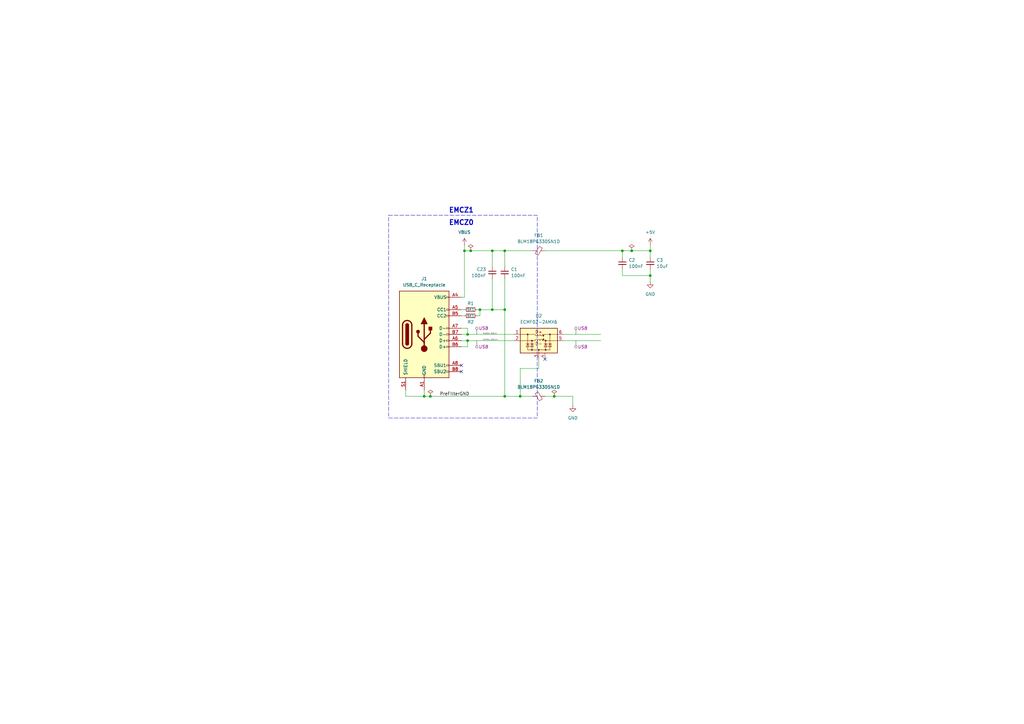
<source format=kicad_sch>
(kicad_sch (version 20250114) (generator "eeschema") (generator_version "9.0")
  (paper "A3")
  (title_block (title "${TITLE}") (date "2025-09-02") (rev "${REVISION}") (company "${COMPANY}") (comment 1 "${COMMENT1}"))
  (lib_symbols
    (symbol "Connector:USB_C_Receptacle_USB2.0_16P" (pin_names (offset 1.016))
      (property "Reference" "J" (at 0 22.225 0))
      (property "Value" "USB_C_Receptacle_USB2.0_16P" (at 0 19.685 0))
      (symbol "USB_C_Receptacle_USB2.0_16P_0_0"
        (rectangle (start -0.254 -17.78) (end 0.254 -16.764))
        (rectangle (start 10.16 15.494) (end 9.144 14.986))
        (rectangle (start 10.16 10.414) (end 9.144 9.906))
        (rectangle (start 10.16 7.874) (end 9.144 7.366))
        (rectangle (start 10.16 2.794) (end 9.144 2.286))
        (rectangle (start 10.16 0.254) (end 9.144 -0.254))
        (rectangle (start 10.16 -2.286) (end 9.144 -2.794))
        (rectangle (start 10.16 -4.826) (end 9.144 -5.334))
        (rectangle (start 10.16 -12.446) (end 9.144 -12.954))
        (rectangle (start 10.16 -14.986) (end 9.144 -15.494))
      )
      (symbol "USB_C_Receptacle_USB2.0_16P_0_1"
        (rectangle (start -10.16 17.78) (end 10.16 -17.78) (stroke (width 0.254)) (fill (type background)))
        (polyline (pts (xy -8.89 -3.81) (xy -8.89 3.81)) (stroke (width 0.508)))
        (rectangle (start -7.62 -3.81) (end -6.35 3.81) (stroke (width 0.254)) (fill (type outline)))
        (arc (start -7.62 3.81) (mid -6.985 4.4423) (end -6.35 3.81) (stroke (width 0.254)))
        (arc (start -7.62 3.81) (mid -6.985 4.4423) (end -6.35 3.81) (stroke (width 0.254)) (fill (type outline)))
        (arc (start -8.89 3.81) (mid -6.985 5.7067) (end -5.08 3.81) (stroke (width 0.508)))
        (arc (start -5.08 -3.81) (mid -6.985 -5.7067) (end -8.89 -3.81) (stroke (width 0.508)))
        (arc (start -6.35 -3.81) (mid -6.985 -4.4423) (end -7.62 -3.81) (stroke (width 0.254)))
        (arc (start -6.35 -3.81) (mid -6.985 -4.4423) (end -7.62 -3.81) (stroke (width 0.254)) (fill (type outline)))
        (polyline (pts (xy -5.08 3.81) (xy -5.08 -3.81)) (stroke (width 0.508)))
        (circle (center -2.54 1.143) (radius 0.635) (stroke (width 0.254)) (fill (type outline)))
        (polyline (pts (xy -1.27 4.318) (xy 0 6.858) (xy 1.27 4.318) (xy -1.27 4.318)) (stroke (width 0.254)) (fill (type outline)))
        (polyline (pts (xy 0 -2.032) (xy 2.54 0.508) (xy 2.54 1.778)) (stroke (width 0.508)))
        (polyline (pts (xy 0 -3.302) (xy -2.54 -0.762) (xy -2.54 0.508)) (stroke (width 0.508)))
        (polyline (pts (xy 0 -5.842) (xy 0 4.318)) (stroke (width 0.508)))
        (circle (center 0 -5.842) (radius 1.27) (fill (type outline)))
        (rectangle (start 1.905 1.778) (end 3.175 3.048) (stroke (width 0.254)) (fill (type outline)))
      )
      (symbol "USB_C_Receptacle_USB2.0_16P_1_1"
        (pin passive line (at -7.62 -22.86 90) (length 5.08) (name "SHIELD") (number "S1"))
        (pin passive line (at 0 -22.86 90) (length 5.08) (name "GND") (number "A1"))
        (pin passive line (at 0 -22.86 90) (length 5.08) (hide yes) (name "GND") (number "A12"))
        (pin passive line (at 0 -22.86 90) (length 5.08) (hide yes) (name "GND") (number "B1"))
        (pin passive line (at 0 -22.86 90) (length 5.08) (hide yes) (name "GND") (number "B12"))
        (pin passive line (at 15.24 15.24 180) (length 5.08) (name "VBUS") (number "A4"))
        (pin passive line (at 15.24 15.24 180) (length 5.08) (hide yes) (name "VBUS") (number "A9"))
        (pin passive line (at 15.24 15.24 180) (length 5.08) (hide yes) (name "VBUS") (number "B4"))
        (pin passive line (at 15.24 15.24 180) (length 5.08) (hide yes) (name "VBUS") (number "B9"))
        (pin bidirectional line (at 15.24 10.16 180) (length 5.08) (name "CC1") (number "A5"))
        (pin bidirectional line (at 15.24 7.62 180) (length 5.08) (name "CC2") (number "B5"))
        (pin bidirectional line (at 15.24 2.54 180) (length 5.08) (name "D-") (number "A7"))
        (pin bidirectional line (at 15.24 0 180) (length 5.08) (name "D-") (number "B7"))
        (pin bidirectional line (at 15.24 -2.54 180) (length 5.08) (name "D+") (number "A6"))
        (pin bidirectional line (at 15.24 -5.08 180) (length 5.08) (name "D+") (number "B6"))
        (pin bidirectional line (at 15.24 -12.7 180) (length 5.08) (name "SBU1") (number "A8"))
        (pin bidirectional line (at 15.24 -15.24 180) (length 5.08) (name "SBU2") (number "B8"))
      )
    )
    (symbol "Device:C_Small" (pin_numbers (hide yes)) (pin_names (offset 0.254) (hide yes))
      (property "Reference" "C" (at 0.254 1.778 0))
      (property "Value" "C_Small" (at 0.254 -2.032 0))
      (symbol "C_Small_0_1"
        (polyline (pts (xy -1.524 0.508) (xy 1.524 0.508)) (stroke (width 0.3048)))
        (polyline (pts (xy -1.524 -0.508) (xy 1.524 -0.508)) (stroke (width 0.3302)))
      )
      (symbol "C_Small_1_1"
        (pin passive line (at 0 2.54 270) (length 2.032) (name "~") (number "1"))
        (pin passive line (at 0 -2.54 90) (length 2.032) (name "~") (number "2"))
      )
    )
    (symbol "Device:FerriteBead_Small" (pin_numbers (hide yes)) (pin_names (offset 0))
      (property "Reference" "FB" (at 1.905 1.27 0))
      (property "Value" "FerriteBead_Small" (at 1.905 -1.27 0))
      (symbol "FerriteBead_Small_0_1"
        (polyline (pts (xy -1.8288 0.2794) (xy -1.1176 1.4986) (xy 1.8288 -0.2032) (xy 1.1176 -1.4224) (xy -1.8288 0.2794)))
        (polyline (pts (xy 0 0.889) (xy 0 1.2954)))
        (polyline (pts (xy 0 -1.27) (xy 0 -0.7874)))
      )
      (symbol "FerriteBead_Small_1_1"
        (pin passive line (at 0 2.54 270) (length 1.27) (name "~") (number "1"))
        (pin passive line (at 0 -2.54 90) (length 1.27) (name "~") (number "2"))
      )
    )
    (symbol "Device:R_Small" (pin_numbers (hide yes)) (pin_names (offset 0.254) (hide yes))
      (property "Reference" "R" (at 0 0 90))
      (property "Value" "R_Small" (at 1.778 0 90))
      (symbol "R_Small_0_1"
        (rectangle (start -0.762 1.778) (end 0.762 -1.778) (stroke (width 0.2032)))
      )
      (symbol "R_Small_1_1"
        (pin passive line (at 0 2.54 270) (length 0.762) (name "~") (number "1"))
        (pin passive line (at 0 -2.54 90) (length 0.762) (name "~") (number "2"))
      )
    )
    (symbol "Power_Protection:ECMF02-2AMX6" (pin_names (offset 0.0254) (hide yes))
      (property "Reference" "U" (at 0 10.16 0))
      (property "Value" "ECMF02-2AMX6" (at 0 7.62 0))
      (symbol "ECMF02-2AMX6_0_1"
        (rectangle (start -7.62 5.08) (end 7.62 -5.08) (stroke (width 0.254)) (fill (type background)))
        (polyline (pts (xy -7.62 2.54) (xy -1.524 2.54)))
        (polyline (pts (xy -7.62 0) (xy -1.524 0)))
        (polyline (pts (xy -4.572 2.54) (xy -4.572 -3.81)))
        (polyline (pts (xy -4.572 -3.81) (xy 4.572 -3.81)))
        (polyline (pts (xy -2.794 0) (xy -2.794 -3.81)))
        (arc (start -0.508 2.5023) (mid -1.016 2.0306) (end -1.524 2.5023))
        (arc (start -1.524 0.0377) (mid -1.016 0.5094) (end -0.508 0.0377))
        (arc (start 0.508 2.5023) (mid 0 2.0306) (end -0.508 2.5023))
        (arc (start -0.508 0.0377) (mid 0 0.5094) (end 0.508 0.0377))
        (polyline (pts (xy 0 -5.08) (xy 0 -3.81)))
        (arc (start 1.524 2.5023) (mid 1.016 2.0306) (end 0.508 2.5023))
        (arc (start 0.508 0.0377) (mid 1.016 0.5094) (end 1.524 0.0377))
        (polyline (pts (xy 2.54 2.54) (xy 1.524 2.54)))
        (polyline (pts (xy 2.54 2.54) (xy 7.62 2.54)))
        (polyline (pts (xy 2.54 0) (xy 1.524 0)))
        (polyline (pts (xy 2.54 0) (xy 7.62 0)))
        (polyline (pts (xy 2.794 0) (xy 2.794 -3.81)))
        (polyline (pts (xy 4.572 2.54) (xy 4.572 -3.81)))
        (text "D+" (at 0 3.556 0) (effects (font (size 1.27 1.27))))
        (text "D-" (at 0 -1.27 0) (effects (font (size 1.27 1.27))))
      )
      (symbol "ECMF02-2AMX6_1_1"
        (polyline (pts (xy -5.207 -2.54) (xy -3.937 -2.54) (xy -4.572 -1.27) (xy -5.207 -2.54)))
        (circle (center -4.572 2.54) (radius 0.254) (fill (type outline)))
        (polyline (pts (xy -3.937 -1.651) (xy -3.937 -1.27) (xy -5.207 -1.27)))
        (polyline (pts (xy -3.429 -2.54) (xy -2.159 -2.54) (xy -2.794 -1.27) (xy -3.429 -2.54)))
        (circle (center -2.794 0) (radius 0.254) (fill (type outline)))
        (circle (center -2.794 -3.81) (radius 0.254) (fill (type outline)))
        (polyline (pts (xy -2.159 -1.651) (xy -2.159 -1.27) (xy -3.429 -1.27)))
        (circle (center 0 -3.81) (radius 0.254) (fill (type outline)))
        (circle (center 1.905 2.032) (radius 0.254) (fill (type outline)))
        (circle (center 1.905 0.508) (radius 0.254) (fill (type outline)))
        (circle (center 2.794 0) (radius 0.254) (fill (type outline)))
        (circle (center 2.794 -3.81) (radius 0.254) (fill (type outline)))
        (polyline (pts (xy 3.429 -1.651) (xy 3.429 -1.27) (xy 2.159 -1.27)))
        (polyline (pts (xy 3.429 -2.54) (xy 2.159 -2.54) (xy 2.794 -1.27) (xy 3.429 -2.54)))
        (circle (center 4.572 2.54) (radius 0.254) (fill (type outline)))
        (polyline (pts (xy 5.207 -1.651) (xy 5.207 -1.27) (xy 3.937 -1.27)))
        (polyline (pts (xy 5.207 -2.54) (xy 3.937 -2.54) (xy 4.572 -1.27) (xy 5.207 -2.54)))
        (pin passive line (at -10.16 2.54 0) (length 2.54) (name "D+_in") (number "1"))
        (pin passive line (at -10.16 0 0) (length 2.54) (name "D-_in") (number "2"))
        (pin power_in line (at 0 -7.62 90) (length 2.54) (name "GND") (number "3"))
        (pin free line (at 2.54 -7.62 90) (length 2.54) (name "NC") (number "4"))
        (pin passive line (at 10.16 2.54 180) (length 2.54) (name "D+_out") (number "6"))
        (pin passive line (at 10.16 0 180) (length 2.54) (name "D-_out") (number "5"))
      )
    )
    (symbol "power:+5V" (power) (pin_numbers (hide yes)) (pin_names (offset 0) (hide yes))
      (property "Value" "+5V" (at 0 3.556 0))
      (symbol "+5V_0_1"
        (polyline (pts (xy -0.762 1.27) (xy 0 2.54)))
        (polyline (pts (xy 0 2.54) (xy 0.762 1.27)))
        (polyline (pts (xy 0 0) (xy 0 2.54)))
      )
      (symbol "+5V_1_1"
        (pin power_in line (at 0 0 90) (length 0) (name "~") (number "1"))
      )
    )
    (symbol "power:GND" (power) (pin_numbers (hide yes)) (pin_names (offset 0) (hide yes))
      (property "Value" "GND" (at 0 -3.81 0))
      (symbol "GND_0_1"
        (polyline (pts (xy 0 0) (xy 0 -1.27) (xy 1.27 -1.27) (xy 0 -2.54) (xy -1.27 -1.27) (xy 0 -1.27)))
      )
      (symbol "GND_1_1"
        (pin power_in line (at 0 0 270) (length 0) (name "~") (number "1"))
      )
    )
    (symbol "power:PWR_FLAG" (power) (pin_numbers (hide yes)) (pin_names (offset 0) (hide yes))
      (property "Value" "PWR_FLAG" (at 0 3.81 0))
      (symbol "PWR_FLAG_0_0"
        (pin power_out line (at 0 0 90) (length 0) (name "~") (number "1"))
      )
      (symbol "PWR_FLAG_0_1"
        (polyline (pts (xy 0 0) (xy 0 1.27) (xy -1.016 1.905) (xy 0 2.54) (xy 1.016 1.905) (xy 0 1.27)))
      )
    )
    (symbol "power:VBUS" (power) (pin_numbers (hide yes)) (pin_names (offset 0) (hide yes))
      (property "Value" "VBUS" (at 0 3.556 0))
      (symbol "VBUS_0_1"
        (polyline (pts (xy -0.762 1.27) (xy 0 2.54)))
        (polyline (pts (xy 0 2.54) (xy 0.762 1.27)))
        (polyline (pts (xy 0 0) (xy 0 2.54)))
      )
      (symbol "VBUS_1_1"
        (pin power_in line (at 0 0 90) (length 0) (name "~") (number "1"))
      )
    )
  )
  (rectangle (start 159.385 88.265) (end 220.345 171.45) (stroke (width 0) (type dash)))
  (text "EMCZ1" (at 189.23 86.36 0) (effects (font (size 2 2) (thickness 0.4) (bold yes))))
  (text "EMCZ0" (at 189.23 91.44 0) (effects (font (size 2 2) (thickness 0.4) (bold yes))))
  (junction (at 266.7 113.03))
  (junction (at 207.01 162.56))
  (junction (at 255.27 102.87))
  (junction (at 201.93 127))
  (junction (at 176.53 162.56))
  (junction (at 266.7 102.87))
  (junction (at 196.85 127))
  (junction (at 191.77 137.16))
  (junction (at 173.99 162.56))
  (junction (at 207.01 102.87))
  (junction (at 193.04 102.87))
  (junction (at 207.01 127))
  (junction (at 227.33 162.56))
  (junction (at 190.5 102.87))
  (junction (at 201.93 102.87))
  (junction (at 259.08 102.87))
  (junction (at 213.36 162.56))
  (junction (at 191.77 139.7))
  (no_connect (at 189.23 149.86))
  (no_connect (at 189.23 152.4))
  (no_connect (at 223.52 147.32))
  (wire (pts (xy 220.98 151.13) (xy 213.36 151.13)))
  (wire (pts (xy 234.95 162.56) (xy 234.95 166.37)))
  (wire (pts (xy 201.93 127) (xy 207.01 127)))
  (wire (pts (xy 196.85 127) (xy 201.93 127)))
  (wire (pts (xy 223.52 162.56) (xy 227.33 162.56)))
  (wire (pts (xy 166.37 162.56) (xy 166.37 160.02)))
  (wire (pts (xy 207.01 109.22) (xy 207.01 102.87)))
  (wire (pts (xy 189.23 134.62) (xy 191.77 134.62)))
  (wire (pts (xy 193.04 102.87) (xy 201.93 102.87)))
  (wire (pts (xy 207.01 114.3) (xy 207.01 127)))
  (wire (pts (xy 255.27 102.87) (xy 259.08 102.87)))
  (wire (pts (xy 196.85 129.54) (xy 195.58 129.54)))
  (wire (pts (xy 191.77 134.62) (xy 191.77 137.16)))
  (wire (pts (xy 201.93 114.3) (xy 201.93 127)))
  (wire (pts (xy 259.08 102.87) (xy 266.7 102.87)))
  (wire (pts (xy 191.77 137.16) (xy 210.82 137.16)))
  (wire (pts (xy 223.52 102.87) (xy 255.27 102.87)))
  (wire (pts (xy 213.36 151.13) (xy 213.36 162.56)))
  (wire (pts (xy 255.27 113.03) (xy 266.7 113.03)))
  (wire (pts (xy 201.93 102.87) (xy 201.93 109.22)))
  (wire (pts (xy 266.7 100.33) (xy 266.7 102.87)))
  (wire (pts (xy 227.33 162.56) (xy 234.95 162.56)))
  (wire (pts (xy 190.5 121.92) (xy 190.5 102.87)))
  (wire (pts (xy 231.14 139.7) (xy 246.38 139.7)))
  (wire (pts (xy 166.37 162.56) (xy 173.99 162.56)))
  (wire (pts (xy 207.01 102.87) (xy 218.44 102.87)))
  (wire (pts (xy 255.27 105.41) (xy 255.27 102.87)))
  (wire (pts (xy 176.53 162.56) (xy 207.01 162.56)))
  (wire (pts (xy 207.01 162.56) (xy 213.36 162.56)))
  (wire (pts (xy 189.23 127) (xy 190.5 127)))
  (wire (pts (xy 213.36 162.56) (xy 218.44 162.56)))
  (wire (pts (xy 189.23 121.92) (xy 190.5 121.92)))
  (wire (pts (xy 255.27 110.49) (xy 255.27 113.03)))
  (wire (pts (xy 195.58 127) (xy 196.85 127)))
  (wire (pts (xy 201.93 102.87) (xy 207.01 102.87)))
  (wire (pts (xy 266.7 113.03) (xy 266.7 110.49)))
  (wire (pts (xy 220.98 147.32) (xy 220.98 151.13)))
  (wire (pts (xy 173.99 160.02) (xy 173.99 162.56)))
  (wire (pts (xy 231.14 137.16) (xy 246.38 137.16)))
  (wire (pts (xy 207.01 127) (xy 207.01 162.56)))
  (wire (pts (xy 266.7 113.03) (xy 266.7 115.57)))
  (wire (pts (xy 191.77 142.24) (xy 191.77 139.7)))
  (wire (pts (xy 189.23 129.54) (xy 190.5 129.54)))
  (wire (pts (xy 191.77 139.7) (xy 210.82 139.7)))
  (wire (pts (xy 196.85 127) (xy 196.85 129.54)))
  (wire (pts (xy 173.99 162.56) (xy 176.53 162.56)))
  (wire (pts (xy 190.5 102.87) (xy 193.04 102.87)))
  (wire (pts (xy 189.23 137.16) (xy 191.77 137.16)))
  (wire (pts (xy 189.23 142.24) (xy 191.77 142.24)))
  (wire (pts (xy 190.5 100.33) (xy 190.5 102.87)))
  (wire (pts (xy 266.7 102.87) (xy 266.7 105.41)))
  (wire (pts (xy 189.23 139.7) (xy 191.77 139.7)))
  (label "PreFIlterGND" (at 180.34 162.56 0))
  (label "PreFilter_USB_D+" (at 198.12 139.7 0) (effects (font (size 0.5 0.5))))
  (label "PreFilter_USB_D-" (at 198.12 137.16 0) (effects (font (size 0.5 0.5))))
  (netclass_flag "" (length 2.54) (shape round) (at 236.22 137.16 0) (property "Netclass" "USB" (at 236.9185 134.62 0) (effects (font (italic yes)) (justify left))))
  (netclass_flag "" (length 2.54) (shape round) (at 195.58 139.7 180) (property "Netclass" "USB" (at 196.2785 142.24 0) (effects (font (italic yes)) (justify left))))
  (netclass_flag "" (length 2.54) (shape round) (at 236.22 139.7 180) (property "Netclass" "USB" (at 236.9185 142.24 0) (effects (font (italic yes)) (justify left))))
  (netclass_flag "" (length 2.54) (shape round) (at 195.58 137.16 0) (property "Netclass" "USB" (at 196.2785 134.62 0) (effects (font (italic yes)) (justify left))))
  (symbol (lib_id "power:GND") (at 234.95 166.37 0) (unit 1)
    (property "Reference" "#PWR02" (effects (hide yes)))
    (property "Value" "GND" (at 234.95 171.45 0))
    (property "Description" "Power symbol creates a global label with name \"GND\" , ground" (effects (hide yes)))
  )
  (symbol (lib_id "Device:C_Small") (at 266.7 107.95 0) (unit 1)
    (property "Reference" "C3" (at 269.24 106.6862 0) (effects (justify left)))
    (property "Value" "10uF" (at 269.24 109.2262 0) (effects (justify left)))
    (property "Footprint" "Capacitor_SMD:C_0805_2012Metric" (effects (hide yes)))
    (property "Datasheet" "https://www.yageo.com/upload/media/product/app/datasheet/mlcc/upy-gphc_x5r_4v-to-50v.pdf" (effects (hide yes)))
    (property "Description" "10 µF ±10% 25V Ceramic Capacitor X5R 0805 (2012 Metric)" (effects (hide yes)))
    (property "Price" "$0.47" (effects (hide yes)))
    (property "Rating" "CAP CER 10UF 25V X5R 0805" (effects (hide yes)))
    (property "Supplier" "Digikey" (effects (hide yes)))
    (property "Manufacturer" "YAGEO" (effects (hide yes)))
    (property "MPN" "CC0805KKX5R8BB106" (effects (hide yes)))
    (property "LCSC" "C2932476" (effects (hide yes)))
    (property "digikey" "311-1869-1-ND" (effects (hide yes)))
    (property "mouser" "603-CC805KKX5R8BB106" (effects (hide yes)))
  )
  (symbol (lib_id "power:PWR_FLAG") (at 176.53 162.56 0) (unit 1)
    (property "Reference" "#FLG01" (effects (hide yes)))
    (property "Value" "PWR_FLAG" (effects (hide yes)))
    (property "Description" "Special symbol for telling ERC where power comes from" (effects (hide yes)))
  )
  (symbol (lib_id "power:PWR_FLAG") (at 227.33 162.56 0) (unit 1)
    (property "Reference" "#FLG04" (effects (hide yes)))
    (property "Value" "PWR_FLAG" (effects (hide yes)))
    (property "Description" "Special symbol for telling ERC where power comes from" (effects (hide yes)))
  )
  (symbol (lib_id "Connector:USB_C_Receptacle_USB2.0_16P") (at 173.99 137.16 0) (unit 1)
    (property "Reference" "J1" (at 173.99 114.3 0))
    (property "Value" "USB_C_Receptacle" (at 173.99 116.84 0))
    (property "Footprint" "Connector_USB:USB_C_Receptacle_GCT_USB4105-xx-A_16P_TopMnt_Horizontal" (effects (hide yes)))
    (property "Datasheet" "https://www.usb.org/sites/default/files/documents/usb_type-c.zip" (effects (hide yes)))
    (property "Description" "USB 2.0-only 16P Type-C Receptacle connector" (effects (hide yes)))
    (property "Price" "$1.29" (effects (hide yes)))
    (property "Rating" "CONN RCP USB2.0 TYP C 24P SMD RA" (effects (hide yes)))
    (property "Supplier" "Digikey" (effects (hide yes)))
    (property "Manufacturer" "GCT" (effects (hide yes)))
    (property "MPN" "USB4105" (effects (hide yes)))
    (property "LCSC" "C3020560" (effects (hide yes)))
    (property "digikey" "2073-USB4105-GF-ACT-ND" (effects (hide yes)))
    (property "mouser" "640-USB4105-GF-A-120" (effects (hide yes)))
  )
  (symbol (lib_id "Device:C_Small") (at 207.01 111.76 0) (unit 1)
    (property "Reference" "C1" (at 209.55 110.4962 0) (effects (justify left)))
    (property "Value" "100nF" (at 209.55 113.0362 0) (effects (justify left)))
    (property "Footprint" "Capacitor_SMD:C_0603_1608Metric" (effects (hide yes)))
    (property "Datasheet" "https://www.yageo.com/upload/media/product/productsearch/datasheet/mlcc/UPY-GPHC_X7R_6.3V-to-250V_24.pdf" (effects (hide yes)))
    (property "Description" "0.1 µF ±10% 50V Ceramic Capacitor X7R 0603 (1608 Metric)" (effects (hide yes)))
    (property "Price" "$0.10 " (effects (hide yes)))
    (property "Rating" "CAP CER 0.1UF 50V X7R 0603" (effects (hide yes)))
    (property "Supplier" "Digikey" (effects (hide yes)))
    (property "Manufacturer" "YAGEO" (effects (hide yes)))
    (property "MPN" "CC0603KPX7R9BB104" (effects (hide yes)))
    (property "LCSC" "C432917" (effects (hide yes)))
    (property "digikey" "311-3567-1-ND" (effects (hide yes)))
    (property "mouser" "603-CC603KPX7R9BB104" (effects (hide yes)))
  )
  (symbol (lib_id "Device:FerriteBead_Small") (at 220.98 162.56 90) (mirror x) (unit 1)
    (property "Reference" "FB2" (at 220.9419 156.21 90))
    (property "Value" "BLM18PG330SN1D" (at 220.9419 158.75 90))
    (property "Footprint" "Inductor_SMD:L_0603_1608Metric" (effects (hide yes)))
    (property "Datasheet" "https://www.murata.com/en-us/products/productdata/8796738650142/ENFA0003.pdf" (effects (hide yes)))
    (property "Description" "33 Ohms @ 100 MHz 1 Power Line Ferrite Bead 0603 (1608 Metric) 3A 25mOhm" (effects (hide yes)))
    (property "Price" "$0.10 " (effects (hide yes)))
    (property "Rating" "FERRITE BEAD 33 OHM 0603 1LN" (effects (hide yes)))
    (property "Supplier" "Digikey" (effects (hide yes)))
    (property "Manufacturer" "Murata Electronics" (effects (hide yes)))
    (property "MPN" "BLM18PG330SN1D" (effects (hide yes)))
    (property "LCSC" "C160974" (effects (hide yes)))
    (property "digikey" "490-5220-1-ND" (effects (hide yes)))
    (property "mouser" "81-BLM18PG330SN1D" (effects (hide yes)))
  )
  (symbol (lib_id "Device:C_Small") (at 255.27 107.95 0) (unit 1)
    (property "Reference" "C2" (at 257.81 106.6862 0) (effects (justify left)))
    (property "Value" "100nF" (at 257.81 109.2262 0) (effects (justify left)))
    (property "Footprint" "Capacitor_SMD:C_0603_1608Metric" (effects (hide yes)))
    (property "Datasheet" "https://www.yageo.com/upload/media/product/productsearch/datasheet/mlcc/UPY-GPHC_X7R_6.3V-to-250V_24.pdf" (effects (hide yes)))
    (property "Description" "0.1 µF ±10% 50V Ceramic Capacitor X7R 0603 (1608 Metric)" (effects (hide yes)))
    (property "Price" "$0.10 " (effects (hide yes)))
    (property "Rating" "CAP CER 0.1UF 50V X7R 0603" (effects (hide yes)))
    (property "Supplier" "Digikey" (effects (hide yes)))
    (property "Manufacturer" "YAGEO" (effects (hide yes)))
    (property "MPN" "CC0603KPX7R9BB104" (effects (hide yes)))
    (property "LCSC" "C432917" (effects (hide yes)))
    (property "digikey" "311-3567-1-ND" (effects (hide yes)))
    (property "mouser" "603-CC603KPX7R9BB104" (effects (hide yes)))
  )
  (symbol (lib_id "power:VBUS") (at 190.5 100.33 0) (unit 1)
    (property "Reference" "#PWR01" (effects (hide yes)))
    (property "Value" "VBUS" (at 190.5 95.25 0))
    (property "Description" "Power symbol creates a global label with name \"VBUS\"" (effects (hide yes)))
  )
  (symbol (lib_id "power:+5V") (at 266.7 100.33 0) (unit 1)
    (property "Reference" "#PWR03" (effects (hide yes)))
    (property "Value" "+5V" (at 266.7 95.25 0))
    (property "Description" "Power symbol creates a global label with name \"+5V\"" (effects (hide yes)))
  )
  (symbol (lib_id "power:GND") (at 266.7 115.57 0) (unit 1)
    (property "Reference" "#PWR04" (effects (hide yes)))
    (property "Value" "GND" (at 266.7 120.65 0))
    (property "Description" "Power symbol creates a global label with name \"GND\" , ground" (effects (hide yes)))
  )
  (symbol (lib_id "power:PWR_FLAG") (at 193.04 102.87 0) (unit 1)
    (property "Reference" "#FLG02" (effects (hide yes)))
    (property "Value" "PWR_FLAG" (effects (hide yes)))
    (property "Description" "Special symbol for telling ERC where power comes from" (effects (hide yes)))
  )
  (symbol (lib_id "Device:C_Small") (at 201.93 111.76 0) (mirror y) (unit 1)
    (property "Reference" "C23" (at 199.39 110.4962 0) (effects (justify left)))
    (property "Value" "100nF" (at 199.39 113.0362 0) (effects (justify left)))
    (property "Footprint" "Capacitor_SMD:C_0603_1608Metric" (effects (hide yes)))
    (property "Datasheet" "https://www.yageo.com/upload/media/product/productsearch/datasheet/mlcc/UPY-GPHC_X7R_6.3V-to-250V_24.pdf" (effects (hide yes)))
    (property "Description" "0.1 µF ±10% 50V Ceramic Capacitor X7R 0603 (1608 Metric)" (effects (hide yes)))
    (property "Price" "$0.10 " (effects (hide yes)))
    (property "Rating" "CAP CER 0.1UF 50V X7R 0603" (effects (hide yes)))
    (property "Supplier" "Digikey" (effects (hide yes)))
    (property "Manufacturer" "YAGEO" (effects (hide yes)))
    (property "MPN" "CC0603KPX7R9BB104" (effects (hide yes)))
    (property "LCSC" "C432917" (effects (hide yes)))
    (property "digikey" "311-3567-1-ND" (effects (hide yes)))
    (property "mouser" "603-CC603KPX7R9BB104" (effects (hide yes)))
  )
  (symbol (lib_id "Device:R_Small") (at 193.04 129.54 90) (unit 1)
    (property "Reference" "R2" (at 193.04 132.08 90))
    (property "Value" "5K1" (at 193.04 129.54 90) (effects (font (size 1 1))))
    (property "Footprint" "Resistor_SMD:R_0603_1608Metric" (effects (hide yes)))
    (property "Datasheet" "https://www.yageo.com/upload/media/product/products/datasheet/rchip/PYu-RC_Group_51_RoHS_L_12.pdf" (effects (hide yes)))
    (property "Description" "5.1 kOhms ±1% 0.1W, 1/10W Chip Resistor 0603 (1608 Metric) Moisture Resistant Thick Film" (effects (hide yes)))
    (property "Price" "$0.10 " (effects (hide yes)))
    (property "Rating" "RES 5.1K OHM 1% 1/10W 0603" (effects (hide yes)))
    (property "Supplier" "Digikey" (effects (hide yes)))
    (property "Manufacturer" "YAGEO" (effects (hide yes)))
    (property "MPN" "RC0603FR-075K1L" (effects (hide yes)))
    (property "LCSC" "C105872" (effects (hide yes)))
    (property "digikey" "311-5.10KHRCT-ND" (effects (hide yes)))
    (property "mouser" "603-RC0603FR-075K1L" (effects (hide yes)))
  )
  (symbol (lib_id "Power_Protection:ECMF02-2AMX6") (at 220.98 139.7 0) (unit 1)
    (property "Reference" "U2" (at 220.98 129.54 0))
    (property "Value" "ECMF02-2AMX6" (at 220.98 132.08 0))
    (property "Footprint" "Mad_Footprints:ST_UQFN-6L_1.5x1.7mm_P0.5mm" (effects (hide yes)))
    (property "Datasheet" "https://www.st.com/resource/en/datasheet/ecmf02-2amx6.pdf" (effects (hide yes)))
    (property "Description" "Single Pair Common Mode Filter with ESD Protection, UQFN-6L" (effects (hide yes)))
    (property "Price" "$0.83" (effects (hide yes)))
    (property "Rating" "CMC 200MA 2LN SMD ESD" (effects (hide yes)))
    (property "Supplier" "Digikey" (effects (hide yes)))
    (property "Manufacturer" "STMicroelectronics" (effects (hide yes)))
    (property "MPN" "ECMF02-2AMX6" (effects (hide yes)))
    (property "LCSC" "C2651144" (effects (hide yes)))
    (property "digikey" "497-10773-1-ND" (effects (hide yes)))
    (property "mouser" "511-ECMF02-2AMX6" (effects (hide yes)))
  )
  (symbol (lib_id "Device:FerriteBead_Small") (at 220.98 102.87 90) (unit 1)
    (property "Reference" "FB1" (at 220.9419 96.52 90))
    (property "Value" "BLM18PG330SN1D" (at 220.9419 99.06 90))
    (property "Footprint" "Inductor_SMD:L_0603_1608Metric" (effects (hide yes)))
    (property "Datasheet" "https://www.murata.com/en-us/products/productdata/8796738650142/ENFA0003.pdf" (effects (hide yes)))
    (property "Description" "33 Ohms @ 100 MHz 1 Power Line Ferrite Bead 0603 (1608 Metric) 3A 25mOhm" (effects (hide yes)))
    (property "Price" "$0.10 " (effects (hide yes)))
    (property "Rating" "FERRITE BEAD 33 OHM 0603 1LN" (effects (hide yes)))
    (property "Supplier" "Digikey" (effects (hide yes)))
    (property "Manufacturer" "Murata Electronics" (effects (hide yes)))
    (property "MPN" "BLM18PG330SN1D" (effects (hide yes)))
    (property "LCSC" "C160974" (effects (hide yes)))
    (property "digikey" "490-5220-1-ND" (effects (hide yes)))
    (property "mouser" "81-BLM18PG330SN1D" (effects (hide yes)))
  )
  (symbol (lib_id "power:PWR_FLAG") (at 259.08 102.87 0) (unit 1)
    (property "Reference" "#FLG03" (effects (hide yes)))
    (property "Value" "PWR_FLAG" (effects (hide yes)))
    (property "Description" "Special symbol for telling ERC where power comes from" (effects (hide yes)))
  )
  (symbol (lib_id "Device:R_Small") (at 193.04 127 90) (unit 1)
    (property "Reference" "R1" (at 193.04 124.46 90))
    (property "Value" "5K1" (at 193.04 127 90) (effects (font (size 1 1))))
    (property "Footprint" "Resistor_SMD:R_0603_1608Metric" (effects (hide yes)))
    (property "Datasheet" "https://www.yageo.com/upload/media/product/products/datasheet/rchip/PYu-RC_Group_51_RoHS_L_12.pdf" (effects (hide yes)))
    (property "Description" "5.1 kOhms ±1% 0.1W, 1/10W Chip Resistor 0603 (1608 Metric) Moisture Resistant Thick Film" (effects (hide yes)))
    (property "MPN" "RC0603FR-075K1L" (effects (hide yes)))
    (property "Manufacturer" "YAGEO" (effects (hide yes)))
    (property "Price" "$0.10 " (effects (hide yes)))
    (property "Rating" "RES 5.1K OHM 1% 1/10W 0603" (effects (hide yes)))
    (property "Supplier" "Digikey" (effects (hide yes)))
    (property "LCSC" "C105872" (effects (hide yes)))
    (property "digikey" "311-5.10KHRCT-ND" (effects (hide yes)))
    (property "mouser" "603-RC0603FR-075K1L" (effects (hide yes)))
  )
)
</source>
